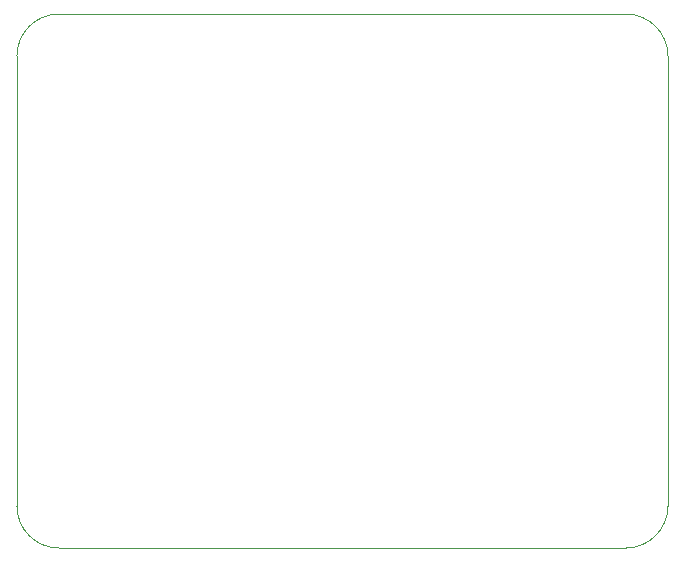
<source format=gbr>
%TF.GenerationSoftware,KiCad,Pcbnew,7.0.2*%
%TF.CreationDate,2024-08-30T22:16:44+05:30*%
%TF.ProjectId,EPS_ControlUnit,4550535f-436f-46e7-9472-6f6c556e6974,rev?*%
%TF.SameCoordinates,Original*%
%TF.FileFunction,Profile,NP*%
%FSLAX46Y46*%
G04 Gerber Fmt 4.6, Leading zero omitted, Abs format (unit mm)*
G04 Created by KiCad (PCBNEW 7.0.2) date 2024-08-30 22:16:44*
%MOMM*%
%LPD*%
G01*
G04 APERTURE LIST*
%TA.AperFunction,Profile*%
%ADD10C,0.100000*%
%TD*%
G04 APERTURE END LIST*
D10*
X116398000Y-69978000D02*
G75*
G03*
X112842000Y-73534000I0J-3556000D01*
G01*
X116398000Y-115190000D02*
X164404000Y-115190000D01*
X112842000Y-111634000D02*
X112842000Y-73534000D01*
X112842000Y-111634000D02*
G75*
G03*
X116398000Y-115190000I3556000J0D01*
G01*
X164404000Y-69978000D02*
X116398000Y-69978000D01*
X167960000Y-111634000D02*
X167960000Y-73534000D01*
X167960000Y-73534000D02*
G75*
G03*
X164404000Y-69978000I-3556000J0D01*
G01*
X164404000Y-115190000D02*
G75*
G03*
X167960000Y-111634000I0J3556000D01*
G01*
M02*

</source>
